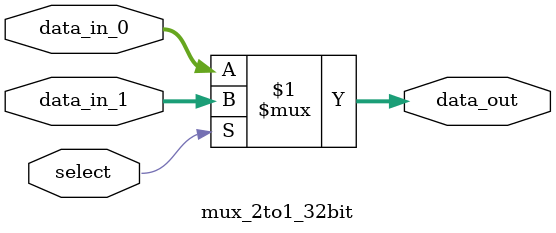
<source format=v>
module mux_2to1_32bit (
    input [31:0] data_in_0, // 32-bit input data for channel 0
    input [31:0] data_in_1, // 32-bit input data for channel 1
    input select,           // 1-bit control signal
    output reg [31:0] data_out // 32-bit output data
);

assign data_out = (select) ? data_in_1 : data_in_0;

endmodule

</source>
